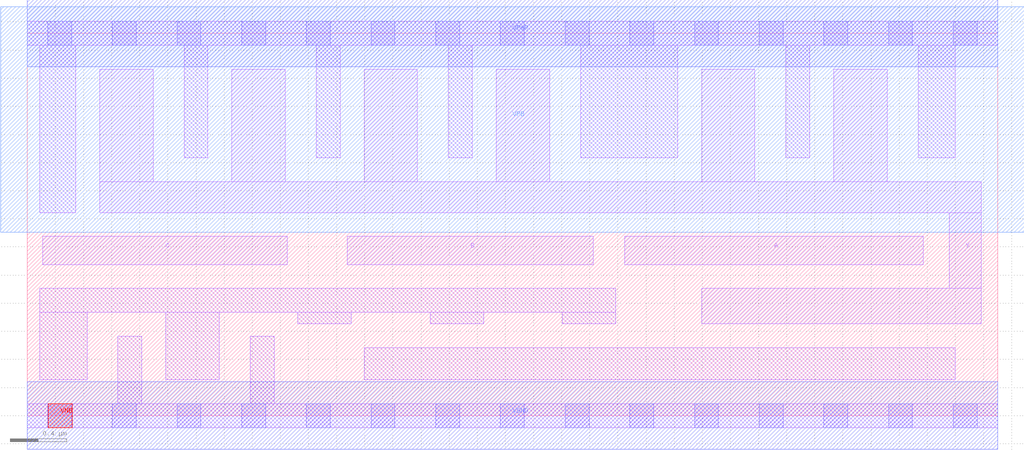
<source format=lef>
# Copyright 2020 The SkyWater PDK Authors
#
# Licensed under the Apache License, Version 2.0 (the "License");
# you may not use this file except in compliance with the License.
# You may obtain a copy of the License at
#
#     https://www.apache.org/licenses/LICENSE-2.0
#
# Unless required by applicable law or agreed to in writing, software
# distributed under the License is distributed on an "AS IS" BASIS,
# WITHOUT WARRANTIES OR CONDITIONS OF ANY KIND, either express or implied.
# See the License for the specific language governing permissions and
# limitations under the License.
#
# SPDX-License-Identifier: Apache-2.0

VERSION 5.7 ;
  NOWIREEXTENSIONATPIN ON ;
  DIVIDERCHAR "/" ;
  BUSBITCHARS "[]" ;
PROPERTYDEFINITIONS
  MACRO maskLayoutSubType STRING ;
  MACRO prCellType STRING ;
  MACRO originalViewName STRING ;
END PROPERTYDEFINITIONS
MACRO sky130_fd_sc_hdll__nand3_4
  CLASS CORE ;
  FOREIGN sky130_fd_sc_hdll__nand3_4 ;
  ORIGIN  0.000000  0.000000 ;
  SIZE  6.900000 BY  2.720000 ;
  SYMMETRY X Y R90 ;
  SITE unithd ;
  PIN A
    ANTENNAGATEAREA  1.110000 ;
    DIRECTION INPUT ;
    USE SIGNAL ;
    PORT
      LAYER li1 ;
        RECT 4.250000 1.075000 6.370000 1.275000 ;
    END
  END A
  PIN B
    ANTENNAGATEAREA  1.110000 ;
    DIRECTION INPUT ;
    USE SIGNAL ;
    PORT
      LAYER li1 ;
        RECT 2.275000 1.075000 4.025000 1.275000 ;
    END
  END B
  PIN C
    ANTENNAGATEAREA  1.110000 ;
    DIRECTION INPUT ;
    USE SIGNAL ;
    PORT
      LAYER li1 ;
        RECT 0.110000 1.075000 1.850000 1.275000 ;
    END
  END C
  PIN VNB
    PORT
      LAYER pwell ;
        RECT 0.150000 -0.085000 0.320000 0.085000 ;
    END
  END VNB
  PIN VPB
    PORT
      LAYER nwell ;
        RECT -0.190000 1.305000 7.090000 2.910000 ;
    END
  END VPB
  PIN Y
    ANTENNADIFFAREA  2.156000 ;
    DIRECTION OUTPUT ;
    USE SIGNAL ;
    PORT
      LAYER li1 ;
        RECT 0.515000 1.445000 6.785000 1.665000 ;
        RECT 0.515000 1.665000 0.895000 2.465000 ;
        RECT 1.455000 1.665000 1.835000 2.465000 ;
        RECT 2.395000 1.665000 2.775000 2.465000 ;
        RECT 3.335000 1.665000 3.715000 2.465000 ;
        RECT 4.795000 0.655000 6.785000 0.905000 ;
        RECT 4.795000 1.665000 5.175000 2.465000 ;
        RECT 5.735000 1.665000 6.115000 2.465000 ;
        RECT 6.555000 0.905000 6.785000 1.445000 ;
    END
  END Y
  PIN VGND
    DIRECTION INOUT ;
    USE GROUND ;
    PORT
      LAYER met1 ;
        RECT 0.000000 -0.240000 6.900000 0.240000 ;
    END
  END VGND
  PIN VPWR
    DIRECTION INOUT ;
    USE POWER ;
    PORT
      LAYER met1 ;
        RECT 0.000000 2.480000 6.900000 2.960000 ;
    END
  END VPWR
  OBS
    LAYER li1 ;
      RECT 0.000000 -0.085000 6.900000 0.085000 ;
      RECT 0.000000  2.635000 6.900000 2.805000 ;
      RECT 0.090000  0.255000 0.425000 0.735000 ;
      RECT 0.090000  0.735000 4.185000 0.905000 ;
      RECT 0.090000  1.445000 0.345000 2.635000 ;
      RECT 0.645000  0.085000 0.815000 0.565000 ;
      RECT 0.985000  0.255000 1.365000 0.735000 ;
      RECT 1.115000  1.835000 1.285000 2.635000 ;
      RECT 1.585000  0.085000 1.755000 0.565000 ;
      RECT 1.925000  0.655000 2.305000 0.735000 ;
      RECT 2.055000  1.835000 2.225000 2.635000 ;
      RECT 2.395000  0.255000 6.600000 0.485000 ;
      RECT 2.865000  0.655000 3.245000 0.735000 ;
      RECT 2.995000  1.835000 3.165000 2.635000 ;
      RECT 3.805000  0.655000 4.185000 0.735000 ;
      RECT 3.935000  1.835000 4.625000 2.635000 ;
      RECT 5.395000  1.835000 5.565000 2.635000 ;
      RECT 6.335000  1.835000 6.600000 2.635000 ;
    LAYER mcon ;
      RECT 0.145000 -0.085000 0.315000 0.085000 ;
      RECT 0.145000  2.635000 0.315000 2.805000 ;
      RECT 0.605000 -0.085000 0.775000 0.085000 ;
      RECT 0.605000  2.635000 0.775000 2.805000 ;
      RECT 1.065000 -0.085000 1.235000 0.085000 ;
      RECT 1.065000  2.635000 1.235000 2.805000 ;
      RECT 1.525000 -0.085000 1.695000 0.085000 ;
      RECT 1.525000  2.635000 1.695000 2.805000 ;
      RECT 1.985000 -0.085000 2.155000 0.085000 ;
      RECT 1.985000  2.635000 2.155000 2.805000 ;
      RECT 2.445000 -0.085000 2.615000 0.085000 ;
      RECT 2.445000  2.635000 2.615000 2.805000 ;
      RECT 2.905000 -0.085000 3.075000 0.085000 ;
      RECT 2.905000  2.635000 3.075000 2.805000 ;
      RECT 3.365000 -0.085000 3.535000 0.085000 ;
      RECT 3.365000  2.635000 3.535000 2.805000 ;
      RECT 3.825000 -0.085000 3.995000 0.085000 ;
      RECT 3.825000  2.635000 3.995000 2.805000 ;
      RECT 4.285000 -0.085000 4.455000 0.085000 ;
      RECT 4.285000  2.635000 4.455000 2.805000 ;
      RECT 4.745000 -0.085000 4.915000 0.085000 ;
      RECT 4.745000  2.635000 4.915000 2.805000 ;
      RECT 5.205000 -0.085000 5.375000 0.085000 ;
      RECT 5.205000  2.635000 5.375000 2.805000 ;
      RECT 5.665000 -0.085000 5.835000 0.085000 ;
      RECT 5.665000  2.635000 5.835000 2.805000 ;
      RECT 6.125000 -0.085000 6.295000 0.085000 ;
      RECT 6.125000  2.635000 6.295000 2.805000 ;
      RECT 6.585000 -0.085000 6.755000 0.085000 ;
      RECT 6.585000  2.635000 6.755000 2.805000 ;
  END
  PROPERTY maskLayoutSubType "abstract" ;
  PROPERTY prCellType "standard" ;
  PROPERTY originalViewName "layout" ;
END sky130_fd_sc_hdll__nand3_4
END LIBRARY

</source>
